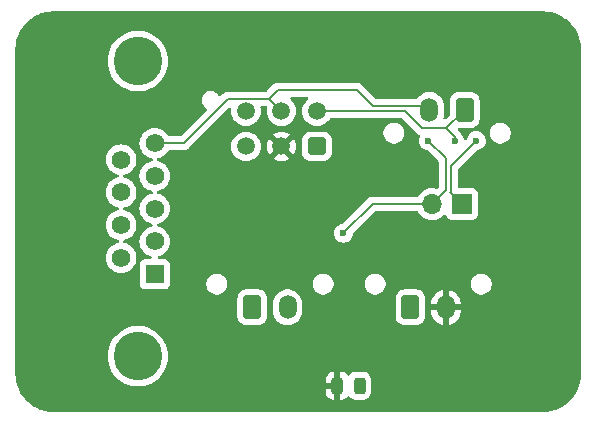
<source format=gtl>
%TF.GenerationSoftware,KiCad,Pcbnew,8.0.5*%
%TF.CreationDate,2024-11-19T02:46:13-06:00*%
%TF.ProjectId,Controls-MotorControllerBreakout,436f6e74-726f-46c7-932d-4d6f746f7243,rev?*%
%TF.SameCoordinates,Original*%
%TF.FileFunction,Copper,L1,Top*%
%TF.FilePolarity,Positive*%
%FSLAX46Y46*%
G04 Gerber Fmt 4.6, Leading zero omitted, Abs format (unit mm)*
G04 Created by KiCad (PCBNEW 8.0.5) date 2024-11-19 02:46:13*
%MOMM*%
%LPD*%
G01*
G04 APERTURE LIST*
G04 Aperture macros list*
%AMRoundRect*
0 Rectangle with rounded corners*
0 $1 Rounding radius*
0 $2 $3 $4 $5 $6 $7 $8 $9 X,Y pos of 4 corners*
0 Add a 4 corners polygon primitive as box body*
4,1,4,$2,$3,$4,$5,$6,$7,$8,$9,$2,$3,0*
0 Add four circle primitives for the rounded corners*
1,1,$1+$1,$2,$3*
1,1,$1+$1,$4,$5*
1,1,$1+$1,$6,$7*
1,1,$1+$1,$8,$9*
0 Add four rect primitives between the rounded corners*
20,1,$1+$1,$2,$3,$4,$5,0*
20,1,$1+$1,$4,$5,$6,$7,0*
20,1,$1+$1,$6,$7,$8,$9,0*
20,1,$1+$1,$8,$9,$2,$3,0*%
G04 Aperture macros list end*
%TA.AperFunction,ComponentPad*%
%ADD10R,1.700000X1.700000*%
%TD*%
%TA.AperFunction,ComponentPad*%
%ADD11O,1.700000X1.700000*%
%TD*%
%TA.AperFunction,ComponentPad*%
%ADD12O,1.500000X2.020000*%
%TD*%
%TA.AperFunction,ComponentPad*%
%ADD13RoundRect,0.250001X-0.499999X-0.759999X0.499999X-0.759999X0.499999X0.759999X-0.499999X0.759999X0*%
%TD*%
%TA.AperFunction,ComponentPad*%
%ADD14RoundRect,0.250001X0.499999X0.759999X-0.499999X0.759999X-0.499999X-0.759999X0.499999X-0.759999X0*%
%TD*%
%TA.AperFunction,ComponentPad*%
%ADD15C,1.575000*%
%TD*%
%TA.AperFunction,ComponentPad*%
%ADD16R,1.575000X1.575000*%
%TD*%
%TA.AperFunction,ComponentPad*%
%ADD17C,4.116000*%
%TD*%
%TA.AperFunction,ComponentPad*%
%ADD18C,1.500000*%
%TD*%
%TA.AperFunction,ComponentPad*%
%ADD19RoundRect,0.250001X0.499999X0.499999X-0.499999X0.499999X-0.499999X-0.499999X0.499999X-0.499999X0*%
%TD*%
%TA.AperFunction,SMDPad,CuDef*%
%ADD20RoundRect,0.243750X-0.243750X-0.456250X0.243750X-0.456250X0.243750X0.456250X-0.243750X0.456250X0*%
%TD*%
%TA.AperFunction,ViaPad*%
%ADD21C,0.600000*%
%TD*%
%TA.AperFunction,Conductor*%
%ADD22C,0.200000*%
%TD*%
G04 APERTURE END LIST*
D10*
%TO.P,JP1,1,A*%
%TO.N,Net-(JP1-A)*%
X142375000Y-51600000D03*
D11*
%TO.P,JP1,2,B*%
%TO.N,/CAN_L*%
X139835000Y-51600000D03*
%TD*%
D12*
%TO.P,J3,2,Pin_2*%
%TO.N,/CAN_L*%
X127600000Y-60360000D03*
D13*
%TO.P,J3,1,Pin_1*%
%TO.N,/CAN_H*%
X124600000Y-60360000D03*
%TD*%
D12*
%TO.P,J2,2,Pin_2*%
%TO.N,/CAN_L*%
X139600000Y-43640000D03*
D14*
%TO.P,J2,1,Pin_1*%
%TO.N,/CAN_H*%
X142600000Y-43640000D03*
%TD*%
D12*
%TO.P,J4,2,Pin_2*%
%TO.N,GND*%
X141000000Y-60360000D03*
D13*
%TO.P,J4,1,Pin_1*%
%TO.N,/EXT_PWR*%
X138000000Y-60360000D03*
%TD*%
D15*
%TO.P,J5,9,9*%
%TO.N,unconnected-(J5-Pad9)*%
X113507500Y-47850000D03*
%TO.P,J5,8,8*%
%TO.N,unconnected-(J5-Pad8)*%
X113507500Y-50620000D03*
%TO.P,J5,7,7*%
%TO.N,unconnected-(J5-Pad7)*%
X113507500Y-53390000D03*
%TO.P,J5,6,6*%
%TO.N,unconnected-(J5-Pad6)*%
X113507500Y-56160000D03*
%TO.P,J5,5,5*%
%TO.N,/CAN_L*%
X116347500Y-46465000D03*
%TO.P,J5,4,4*%
%TO.N,unconnected-(J5-Pad4)*%
X116347500Y-49235000D03*
%TO.P,J5,3,3*%
%TO.N,/CAN_H*%
X116347500Y-52005000D03*
%TO.P,J5,2,2*%
%TO.N,unconnected-(J5-Pad2)*%
X116347500Y-54775000D03*
D16*
%TO.P,J5,1,1*%
%TO.N,unconnected-(J5-Pad1)*%
X116347500Y-57545000D03*
D17*
%TO.P,J5,S1*%
%TO.N,N/C*%
X114927500Y-39510000D03*
%TO.P,J5,S2*%
X114927500Y-64500000D03*
%TD*%
D18*
%TO.P,J1,6,Pin_6*%
%TO.N,unconnected-(J1-Pin_6-Pad6)*%
X124080000Y-43740000D03*
%TO.P,J1,5,Pin_5*%
%TO.N,/CAN_L*%
X127080000Y-43740000D03*
%TO.P,J1,4,Pin_4*%
%TO.N,/CAN_H*%
X130080000Y-43740000D03*
%TO.P,J1,3,Pin_3*%
%TO.N,unconnected-(J1-Pin_3-Pad3)*%
X124080000Y-46740000D03*
%TO.P,J1,2,Pin_2*%
%TO.N,GND*%
X127080000Y-46740000D03*
D19*
%TO.P,J1,1,Pin_1*%
%TO.N,+12V*%
X130080000Y-46740000D03*
%TD*%
D20*
%TO.P,D1,1,K*%
%TO.N,GND*%
X131812500Y-67000000D03*
%TO.P,D1,2,A*%
%TO.N,Net-(D1-A)*%
X133687500Y-67000000D03*
%TD*%
D21*
%TO.N,Net-(JP1-A)*%
X143575000Y-46250000D03*
%TO.N,/CAN_H*%
X141750000Y-46250000D03*
%TO.N,GND*%
X138000000Y-53750000D03*
X148250000Y-54715000D03*
%TO.N,/CAN_L*%
X139500000Y-46250000D03*
X132325000Y-54075000D03*
%TO.N,Net-(D1-A)*%
X133687500Y-67000000D03*
%TD*%
D22*
%TO.N,/CAN_L*%
X134841881Y-43340000D02*
X139300000Y-43340000D01*
X133437881Y-41936000D02*
X134841881Y-43340000D01*
X139300000Y-43340000D02*
X139600000Y-43640000D01*
X126784000Y-41936000D02*
X133437881Y-41936000D01*
X126030000Y-42690000D02*
X126784000Y-41936000D01*
X118785000Y-46465000D02*
X116347500Y-46465000D01*
X122560000Y-42690000D02*
X118785000Y-46465000D01*
X126030000Y-42690000D02*
X122560000Y-42690000D01*
X127080000Y-43740000D02*
X126030000Y-42690000D01*
X134800000Y-51600000D02*
X139835000Y-51600000D01*
X132325000Y-54075000D02*
X134800000Y-51600000D01*
%TO.N,Net-(JP1-A)*%
X141400000Y-48425000D02*
X143575000Y-46250000D01*
X141400000Y-50600686D02*
X141400000Y-48425000D01*
X141387843Y-50612843D02*
X141400000Y-50600686D01*
X142375000Y-51600000D02*
X141387843Y-50612843D01*
%TO.N,/CAN_L*%
X141000000Y-47750000D02*
X141000000Y-50435000D01*
X141000000Y-50435000D02*
X139835000Y-51600000D01*
X139500000Y-46250000D02*
X141000000Y-47750000D01*
%TO.N,/CAN_H*%
X141750000Y-45910000D02*
X141750000Y-46250000D01*
X141040000Y-45200000D02*
X141750000Y-45910000D01*
X141000000Y-45200000D02*
X141040000Y-45200000D01*
X139000000Y-45200000D02*
X141000000Y-45200000D01*
X130080000Y-43740000D02*
X137540000Y-43740000D01*
X141040000Y-45200000D02*
X142600000Y-43640000D01*
X137540000Y-43740000D02*
X139000000Y-45200000D01*
%TD*%
%TA.AperFunction,Conductor*%
%TO.N,GND*%
G36*
X149253243Y-35300669D02*
G01*
X149577952Y-35317687D01*
X149590860Y-35319044D01*
X149908794Y-35369400D01*
X149921478Y-35372095D01*
X150232429Y-35455414D01*
X150244770Y-35459425D01*
X150545282Y-35574780D01*
X150557138Y-35580058D01*
X150843976Y-35726210D01*
X150855192Y-35732686D01*
X151125165Y-35908008D01*
X151135666Y-35915637D01*
X151385836Y-36118221D01*
X151395481Y-36126906D01*
X151623093Y-36354518D01*
X151631778Y-36364163D01*
X151834362Y-36614333D01*
X151841991Y-36624834D01*
X152017310Y-36894802D01*
X152023792Y-36906029D01*
X152067519Y-36991847D01*
X152169940Y-37192859D01*
X152175219Y-37204717D01*
X152290574Y-37505229D01*
X152294585Y-37517572D01*
X152377902Y-37828515D01*
X152380600Y-37841211D01*
X152430955Y-38159139D01*
X152432312Y-38172047D01*
X152449330Y-38496756D01*
X152449500Y-38503246D01*
X152449500Y-65996753D01*
X152449330Y-66003243D01*
X152432312Y-66327952D01*
X152430955Y-66340860D01*
X152380600Y-66658788D01*
X152377902Y-66671484D01*
X152294585Y-66982427D01*
X152290574Y-66994770D01*
X152175219Y-67295282D01*
X152169940Y-67307140D01*
X152023796Y-67593964D01*
X152017306Y-67605204D01*
X151841991Y-67875165D01*
X151834362Y-67885666D01*
X151631778Y-68135836D01*
X151623093Y-68145481D01*
X151395481Y-68373093D01*
X151385836Y-68381778D01*
X151135666Y-68584362D01*
X151125165Y-68591991D01*
X150855204Y-68767306D01*
X150843964Y-68773796D01*
X150557140Y-68919940D01*
X150545282Y-68925219D01*
X150244770Y-69040574D01*
X150232427Y-69044585D01*
X149921484Y-69127902D01*
X149908788Y-69130600D01*
X149590860Y-69180955D01*
X149577952Y-69182312D01*
X149253244Y-69199330D01*
X149246754Y-69199500D01*
X107753246Y-69199500D01*
X107746756Y-69199330D01*
X107422047Y-69182312D01*
X107409139Y-69180955D01*
X107091211Y-69130600D01*
X107078515Y-69127902D01*
X106767572Y-69044585D01*
X106755229Y-69040574D01*
X106454717Y-68925219D01*
X106442859Y-68919940D01*
X106245501Y-68819381D01*
X106156029Y-68773792D01*
X106144802Y-68767310D01*
X105874834Y-68591991D01*
X105864333Y-68584362D01*
X105614163Y-68381778D01*
X105604518Y-68373093D01*
X105376906Y-68145481D01*
X105368221Y-68135836D01*
X105165637Y-67885666D01*
X105158008Y-67875165D01*
X105156668Y-67873102D01*
X104982686Y-67605192D01*
X104976210Y-67593976D01*
X104931289Y-67505815D01*
X130825000Y-67505815D01*
X130835407Y-67607673D01*
X130890094Y-67772709D01*
X130890096Y-67772714D01*
X130981370Y-67920691D01*
X131104308Y-68043629D01*
X131252285Y-68134903D01*
X131252290Y-68134905D01*
X131417326Y-68189592D01*
X131519184Y-68199999D01*
X131519197Y-68200000D01*
X131562500Y-68200000D01*
X131562500Y-67250000D01*
X130825000Y-67250000D01*
X130825000Y-67505815D01*
X104931289Y-67505815D01*
X104830058Y-67307138D01*
X104824780Y-67295282D01*
X104733888Y-67058500D01*
X104709424Y-66994769D01*
X104705414Y-66982427D01*
X104661779Y-66819578D01*
X104622095Y-66671478D01*
X104619399Y-66658788D01*
X104569044Y-66340860D01*
X104567687Y-66327952D01*
X104550670Y-66003243D01*
X104550500Y-65996753D01*
X104550500Y-64499994D01*
X112363941Y-64499994D01*
X112363941Y-64500005D01*
X112384153Y-64821291D01*
X112384155Y-64821299D01*
X112444480Y-65137531D01*
X112444482Y-65137536D01*
X112543963Y-65443710D01*
X112543965Y-65443715D01*
X112681034Y-65735000D01*
X112681037Y-65735006D01*
X112853533Y-66006817D01*
X112853536Y-66006821D01*
X112853537Y-66006822D01*
X113058746Y-66254877D01*
X113293424Y-66475254D01*
X113293434Y-66475262D01*
X113553864Y-66664476D01*
X113553869Y-66664478D01*
X113553876Y-66664484D01*
X113709429Y-66750000D01*
X113835992Y-66819579D01*
X113835995Y-66819580D01*
X114135317Y-66938089D01*
X114447137Y-67018151D01*
X114514141Y-67026615D01*
X114766521Y-67058499D01*
X114766530Y-67058499D01*
X114766533Y-67058500D01*
X114766535Y-67058500D01*
X115088465Y-67058500D01*
X115088467Y-67058500D01*
X115088470Y-67058499D01*
X115088478Y-67058499D01*
X115279062Y-67034422D01*
X115407863Y-67018151D01*
X115719683Y-66938089D01*
X116019010Y-66819578D01*
X116301124Y-66664484D01*
X116535522Y-66494184D01*
X130825000Y-66494184D01*
X130825000Y-66750000D01*
X131562500Y-66750000D01*
X131562500Y-65800000D01*
X132062500Y-65800000D01*
X132062500Y-68200000D01*
X132105803Y-68200000D01*
X132105815Y-68199999D01*
X132207673Y-68189592D01*
X132372709Y-68134905D01*
X132372714Y-68134903D01*
X132520691Y-68043629D01*
X132643628Y-67920692D01*
X132644159Y-67919832D01*
X132644680Y-67919363D01*
X132648112Y-67915023D01*
X132648853Y-67915608D01*
X132696101Y-67873102D01*
X132765063Y-67861872D01*
X132829148Y-67889708D01*
X132851413Y-67915398D01*
X132851493Y-67915336D01*
X132852890Y-67917103D01*
X132855238Y-67919812D01*
X132855968Y-67920995D01*
X132855974Y-67921003D01*
X132978996Y-68044025D01*
X132979000Y-68044028D01*
X133127066Y-68135357D01*
X133127069Y-68135358D01*
X133127075Y-68135362D01*
X133292225Y-68190087D01*
X133394152Y-68200500D01*
X133394157Y-68200500D01*
X133980843Y-68200500D01*
X133980848Y-68200500D01*
X134082775Y-68190087D01*
X134247925Y-68135362D01*
X134396003Y-68044026D01*
X134519026Y-67921003D01*
X134610362Y-67772925D01*
X134665087Y-67607775D01*
X134675500Y-67505848D01*
X134675500Y-66494152D01*
X134665087Y-66392225D01*
X134610362Y-66227075D01*
X134610358Y-66227069D01*
X134610357Y-66227066D01*
X134519028Y-66079000D01*
X134519025Y-66078996D01*
X134396003Y-65955974D01*
X134395999Y-65955971D01*
X134247933Y-65864642D01*
X134247927Y-65864639D01*
X134247925Y-65864638D01*
X134247922Y-65864637D01*
X134082776Y-65809913D01*
X133980855Y-65799500D01*
X133980848Y-65799500D01*
X133394152Y-65799500D01*
X133394144Y-65799500D01*
X133292223Y-65809913D01*
X133127077Y-65864637D01*
X133127066Y-65864642D01*
X132979000Y-65955971D01*
X132978996Y-65955974D01*
X132855974Y-66078996D01*
X132855967Y-66079005D01*
X132855234Y-66080194D01*
X132854519Y-66080836D01*
X132851493Y-66084664D01*
X132850838Y-66084146D01*
X132803280Y-66126911D01*
X132734316Y-66138123D01*
X132670238Y-66110271D01*
X132648238Y-66084877D01*
X132648112Y-66084977D01*
X132645885Y-66082161D01*
X132644163Y-66080173D01*
X132643630Y-66079309D01*
X132520691Y-65956370D01*
X132372714Y-65865096D01*
X132372709Y-65865094D01*
X132207673Y-65810407D01*
X132105815Y-65800000D01*
X132062500Y-65800000D01*
X131562500Y-65800000D01*
X131519184Y-65800000D01*
X131417326Y-65810407D01*
X131252290Y-65865094D01*
X131252285Y-65865096D01*
X131104308Y-65956370D01*
X130981370Y-66079308D01*
X130890096Y-66227285D01*
X130890094Y-66227290D01*
X130835407Y-66392326D01*
X130825000Y-66494184D01*
X116535522Y-66494184D01*
X116561574Y-66475256D01*
X116796254Y-66254877D01*
X117001463Y-66006822D01*
X117173964Y-65735004D01*
X117311037Y-65443709D01*
X117410520Y-65137531D01*
X117470845Y-64821299D01*
X117491059Y-64500000D01*
X117491059Y-64499994D01*
X117470846Y-64178708D01*
X117470845Y-64178701D01*
X117410520Y-63862469D01*
X117311037Y-63556291D01*
X117173964Y-63264996D01*
X117001463Y-62993178D01*
X116796254Y-62745123D01*
X116561574Y-62524744D01*
X116561571Y-62524742D01*
X116561565Y-62524737D01*
X116301135Y-62335523D01*
X116301128Y-62335518D01*
X116301124Y-62335516D01*
X116128888Y-62240828D01*
X116019007Y-62180420D01*
X116019001Y-62180418D01*
X115719687Y-62061912D01*
X115689988Y-62054286D01*
X115407863Y-61981849D01*
X115407860Y-61981848D01*
X115407853Y-61981847D01*
X115088478Y-61941500D01*
X115088467Y-61941500D01*
X114766533Y-61941500D01*
X114766521Y-61941500D01*
X114447146Y-61981847D01*
X114447137Y-61981849D01*
X114135312Y-62061912D01*
X113835998Y-62180418D01*
X113835992Y-62180420D01*
X113553876Y-62335516D01*
X113553864Y-62335523D01*
X113293434Y-62524737D01*
X113293424Y-62524745D01*
X113058748Y-62745121D01*
X112853533Y-62993182D01*
X112681037Y-63264993D01*
X112681034Y-63264999D01*
X112543965Y-63556284D01*
X112543963Y-63556289D01*
X112451653Y-63840390D01*
X112444480Y-63862469D01*
X112410532Y-64040428D01*
X112384153Y-64178708D01*
X112363941Y-64499994D01*
X104550500Y-64499994D01*
X104550500Y-59549984D01*
X123349500Y-59549984D01*
X123349500Y-61170015D01*
X123360000Y-61272795D01*
X123360001Y-61272797D01*
X123387593Y-61356065D01*
X123415186Y-61439335D01*
X123415187Y-61439337D01*
X123507286Y-61588651D01*
X123507289Y-61588655D01*
X123631344Y-61712710D01*
X123631348Y-61712713D01*
X123780662Y-61804812D01*
X123780664Y-61804813D01*
X123780666Y-61804814D01*
X123947203Y-61859999D01*
X124049992Y-61870500D01*
X124049997Y-61870500D01*
X125150003Y-61870500D01*
X125150008Y-61870500D01*
X125252797Y-61859999D01*
X125419334Y-61804814D01*
X125568655Y-61712711D01*
X125692711Y-61588655D01*
X125784814Y-61439334D01*
X125839999Y-61272797D01*
X125850500Y-61170008D01*
X125850500Y-60001577D01*
X126349500Y-60001577D01*
X126349500Y-60718422D01*
X126380290Y-60912826D01*
X126441117Y-61100029D01*
X126476777Y-61170015D01*
X126530476Y-61275405D01*
X126646172Y-61434646D01*
X126785354Y-61573828D01*
X126944595Y-61689524D01*
X127027455Y-61731743D01*
X127119970Y-61778882D01*
X127119972Y-61778882D01*
X127119975Y-61778884D01*
X127199773Y-61804812D01*
X127307173Y-61839709D01*
X127501578Y-61870500D01*
X127501583Y-61870500D01*
X127698422Y-61870500D01*
X127892826Y-61839709D01*
X127894337Y-61839218D01*
X128080025Y-61778884D01*
X128255405Y-61689524D01*
X128414646Y-61573828D01*
X128553828Y-61434646D01*
X128669524Y-61275405D01*
X128758884Y-61100025D01*
X128819709Y-60912826D01*
X128826492Y-60870000D01*
X128850500Y-60718422D01*
X128850500Y-60001577D01*
X128819709Y-59807173D01*
X128758882Y-59619970D01*
X128723222Y-59549984D01*
X136749500Y-59549984D01*
X136749500Y-61170015D01*
X136760000Y-61272795D01*
X136760001Y-61272797D01*
X136787593Y-61356065D01*
X136815186Y-61439335D01*
X136815187Y-61439337D01*
X136907286Y-61588651D01*
X136907289Y-61588655D01*
X137031344Y-61712710D01*
X137031348Y-61712713D01*
X137180662Y-61804812D01*
X137180664Y-61804813D01*
X137180666Y-61804814D01*
X137347203Y-61859999D01*
X137449992Y-61870500D01*
X137449997Y-61870500D01*
X138550003Y-61870500D01*
X138550008Y-61870500D01*
X138652797Y-61859999D01*
X138819334Y-61804814D01*
X138968655Y-61712711D01*
X139092711Y-61588655D01*
X139184814Y-61439334D01*
X139239999Y-61272797D01*
X139250500Y-61170008D01*
X139250500Y-60001617D01*
X139750000Y-60001617D01*
X139750000Y-60110000D01*
X140555440Y-60110000D01*
X140524755Y-60163147D01*
X140490000Y-60292857D01*
X140490000Y-60427143D01*
X140524755Y-60556853D01*
X140555440Y-60610000D01*
X139750000Y-60610000D01*
X139750000Y-60718382D01*
X139780778Y-60912705D01*
X139841581Y-61099835D01*
X139930904Y-61275143D01*
X140046555Y-61434321D01*
X140185678Y-61573444D01*
X140344856Y-61689095D01*
X140520162Y-61778418D01*
X140707283Y-61839218D01*
X140750000Y-61845984D01*
X140750000Y-60804560D01*
X140803147Y-60835245D01*
X140932857Y-60870000D01*
X141067143Y-60870000D01*
X141196853Y-60835245D01*
X141250000Y-60804560D01*
X141250000Y-61845983D01*
X141292716Y-61839218D01*
X141479837Y-61778418D01*
X141655143Y-61689095D01*
X141814321Y-61573444D01*
X141953444Y-61434321D01*
X142069095Y-61275143D01*
X142158418Y-61099835D01*
X142219221Y-60912705D01*
X142250000Y-60718382D01*
X142250000Y-60610000D01*
X141444560Y-60610000D01*
X141475245Y-60556853D01*
X141510000Y-60427143D01*
X141510000Y-60292857D01*
X141475245Y-60163147D01*
X141444560Y-60110000D01*
X142250000Y-60110000D01*
X142250000Y-60001617D01*
X142219221Y-59807294D01*
X142158418Y-59620164D01*
X142069095Y-59444856D01*
X141953444Y-59285678D01*
X141814321Y-59146555D01*
X141655143Y-59030904D01*
X141479835Y-58941581D01*
X141292705Y-58880778D01*
X141250000Y-58874014D01*
X141250000Y-59915439D01*
X141196853Y-59884755D01*
X141067143Y-59850000D01*
X140932857Y-59850000D01*
X140803147Y-59884755D01*
X140750000Y-59915439D01*
X140750000Y-58874014D01*
X140749999Y-58874014D01*
X140707294Y-58880778D01*
X140520164Y-58941581D01*
X140344856Y-59030904D01*
X140185678Y-59146555D01*
X140046555Y-59285678D01*
X139930904Y-59444856D01*
X139841581Y-59620164D01*
X139780778Y-59807294D01*
X139750000Y-60001617D01*
X139250500Y-60001617D01*
X139250500Y-59549992D01*
X139239999Y-59447203D01*
X139184814Y-59280666D01*
X139169178Y-59255317D01*
X139092713Y-59131348D01*
X139092710Y-59131344D01*
X138968655Y-59007289D01*
X138968651Y-59007286D01*
X138819337Y-58915187D01*
X138819335Y-58915186D01*
X138736065Y-58887593D01*
X138652797Y-58860001D01*
X138652795Y-58860000D01*
X138550015Y-58849500D01*
X138550008Y-58849500D01*
X137449992Y-58849500D01*
X137449984Y-58849500D01*
X137347204Y-58860000D01*
X137347203Y-58860001D01*
X137180664Y-58915186D01*
X137180662Y-58915187D01*
X137031348Y-59007286D01*
X137031344Y-59007289D01*
X136907289Y-59131344D01*
X136907286Y-59131348D01*
X136815187Y-59280662D01*
X136815186Y-59280664D01*
X136760001Y-59447203D01*
X136760000Y-59447204D01*
X136749500Y-59549984D01*
X128723222Y-59549984D01*
X128670853Y-59447204D01*
X128669524Y-59444595D01*
X128553828Y-59285354D01*
X128414646Y-59146172D01*
X128255405Y-59030476D01*
X128209892Y-59007286D01*
X128080029Y-58941117D01*
X127892826Y-58880290D01*
X127698422Y-58849500D01*
X127698417Y-58849500D01*
X127501583Y-58849500D01*
X127501578Y-58849500D01*
X127307173Y-58880290D01*
X127119970Y-58941117D01*
X126944594Y-59030476D01*
X126861401Y-59090920D01*
X126785354Y-59146172D01*
X126785352Y-59146174D01*
X126785351Y-59146174D01*
X126646174Y-59285351D01*
X126646174Y-59285352D01*
X126646172Y-59285354D01*
X126643160Y-59289500D01*
X126530476Y-59444594D01*
X126441117Y-59619970D01*
X126380290Y-59807173D01*
X126349500Y-60001577D01*
X125850500Y-60001577D01*
X125850500Y-59549992D01*
X125839999Y-59447203D01*
X125784814Y-59280666D01*
X125769178Y-59255317D01*
X125692713Y-59131348D01*
X125692710Y-59131344D01*
X125568655Y-59007289D01*
X125568651Y-59007286D01*
X125419337Y-58915187D01*
X125419335Y-58915186D01*
X125336065Y-58887593D01*
X125252797Y-58860001D01*
X125252795Y-58860000D01*
X125150015Y-58849500D01*
X125150008Y-58849500D01*
X124049992Y-58849500D01*
X124049984Y-58849500D01*
X123947204Y-58860000D01*
X123947203Y-58860001D01*
X123780664Y-58915186D01*
X123780662Y-58915187D01*
X123631348Y-59007286D01*
X123631344Y-59007289D01*
X123507289Y-59131344D01*
X123507286Y-59131348D01*
X123415187Y-59280662D01*
X123415186Y-59280664D01*
X123360001Y-59447203D01*
X123360000Y-59447204D01*
X123349500Y-59549984D01*
X104550500Y-59549984D01*
X104550500Y-47849997D01*
X112214580Y-47849997D01*
X112214580Y-47850002D01*
X112234221Y-48074507D01*
X112234222Y-48074514D01*
X112292551Y-48292200D01*
X112292555Y-48292211D01*
X112387796Y-48496456D01*
X112387802Y-48496466D01*
X112486496Y-48637415D01*
X112517066Y-48681073D01*
X112676427Y-48840434D01*
X112861040Y-48969702D01*
X112948515Y-49010492D01*
X113065288Y-49064944D01*
X113065290Y-49064944D01*
X113065295Y-49064947D01*
X113252934Y-49115225D01*
X113312594Y-49151590D01*
X113343123Y-49214437D01*
X113334828Y-49283813D01*
X113290343Y-49337691D01*
X113252935Y-49354774D01*
X113214451Y-49365086D01*
X113065299Y-49405051D01*
X113065288Y-49405055D01*
X112861043Y-49500296D01*
X112861033Y-49500302D01*
X112676426Y-49629566D01*
X112517066Y-49788926D01*
X112387802Y-49973533D01*
X112387796Y-49973543D01*
X112292555Y-50177788D01*
X112292551Y-50177799D01*
X112234222Y-50395485D01*
X112234221Y-50395492D01*
X112214580Y-50619997D01*
X112214580Y-50620002D01*
X112234221Y-50844507D01*
X112234222Y-50844514D01*
X112292551Y-51062200D01*
X112292555Y-51062211D01*
X112387796Y-51266456D01*
X112387802Y-51266466D01*
X112517066Y-51451073D01*
X112676427Y-51610434D01*
X112861040Y-51739702D01*
X112948515Y-51780492D01*
X113065288Y-51834944D01*
X113065290Y-51834944D01*
X113065295Y-51834947D01*
X113252934Y-51885225D01*
X113312594Y-51921590D01*
X113343123Y-51984437D01*
X113334828Y-52053813D01*
X113290343Y-52107691D01*
X113252935Y-52124774D01*
X113214451Y-52135086D01*
X113065299Y-52175051D01*
X113065288Y-52175055D01*
X112861043Y-52270296D01*
X112861033Y-52270302D01*
X112676426Y-52399566D01*
X112517066Y-52558926D01*
X112387802Y-52743533D01*
X112387796Y-52743543D01*
X112292555Y-52947788D01*
X112292551Y-52947799D01*
X112234222Y-53165485D01*
X112234221Y-53165492D01*
X112214580Y-53389997D01*
X112214580Y-53390002D01*
X112234221Y-53614507D01*
X112234222Y-53614514D01*
X112292551Y-53832200D01*
X112292555Y-53832211D01*
X112387796Y-54036456D01*
X112387802Y-54036466D01*
X112479437Y-54167333D01*
X112517066Y-54221073D01*
X112676427Y-54380434D01*
X112861040Y-54509702D01*
X112948515Y-54550492D01*
X113065288Y-54604944D01*
X113065290Y-54604944D01*
X113065295Y-54604947D01*
X113252934Y-54655225D01*
X113312594Y-54691590D01*
X113343123Y-54754437D01*
X113334828Y-54823813D01*
X113290343Y-54877691D01*
X113252935Y-54894774D01*
X113214451Y-54905086D01*
X113065299Y-54945051D01*
X113065288Y-54945055D01*
X112861043Y-55040296D01*
X112861033Y-55040302D01*
X112676426Y-55169566D01*
X112517066Y-55328926D01*
X112387802Y-55513533D01*
X112387796Y-55513543D01*
X112292555Y-55717788D01*
X112292551Y-55717799D01*
X112234222Y-55935485D01*
X112234221Y-55935492D01*
X112214580Y-56159997D01*
X112214580Y-56160002D01*
X112234221Y-56384507D01*
X112234222Y-56384514D01*
X112292551Y-56602200D01*
X112292555Y-56602211D01*
X112342645Y-56709629D01*
X112387798Y-56806460D01*
X112517066Y-56991073D01*
X112676427Y-57150434D01*
X112861040Y-57279702D01*
X112983924Y-57337003D01*
X113065288Y-57374944D01*
X113065290Y-57374944D01*
X113065295Y-57374947D01*
X113282987Y-57433278D01*
X113443353Y-57447308D01*
X113507498Y-57452920D01*
X113507500Y-57452920D01*
X113507502Y-57452920D01*
X113563628Y-57448009D01*
X113732013Y-57433278D01*
X113949705Y-57374947D01*
X114153960Y-57279702D01*
X114338573Y-57150434D01*
X114497934Y-56991073D01*
X114627202Y-56806460D01*
X114722447Y-56602205D01*
X114780778Y-56384513D01*
X114800420Y-56160000D01*
X114780778Y-55935487D01*
X114722447Y-55717795D01*
X114627202Y-55513540D01*
X114497934Y-55328927D01*
X114338573Y-55169566D01*
X114153960Y-55040298D01*
X114153956Y-55040296D01*
X113949711Y-54945055D01*
X113949700Y-54945051D01*
X113843605Y-54916623D01*
X113762063Y-54894774D01*
X113702405Y-54858410D01*
X113671876Y-54795563D01*
X113680171Y-54726187D01*
X113724656Y-54672310D01*
X113762062Y-54655226D01*
X113949705Y-54604947D01*
X114153960Y-54509702D01*
X114338573Y-54380434D01*
X114497934Y-54221073D01*
X114627202Y-54036460D01*
X114722447Y-53832205D01*
X114780778Y-53614513D01*
X114795592Y-53445184D01*
X114800420Y-53390002D01*
X114800420Y-53389997D01*
X114787673Y-53244298D01*
X114780778Y-53165487D01*
X114722447Y-52947795D01*
X114697267Y-52893797D01*
X114684503Y-52866424D01*
X114627202Y-52743540D01*
X114497934Y-52558927D01*
X114338573Y-52399566D01*
X114153960Y-52270298D01*
X114153956Y-52270296D01*
X113949711Y-52175055D01*
X113949700Y-52175051D01*
X113843605Y-52146623D01*
X113762063Y-52124774D01*
X113702405Y-52088410D01*
X113671876Y-52025563D01*
X113680171Y-51956187D01*
X113724656Y-51902310D01*
X113762062Y-51885226D01*
X113949705Y-51834947D01*
X114153960Y-51739702D01*
X114338573Y-51610434D01*
X114497934Y-51451073D01*
X114627202Y-51266460D01*
X114722447Y-51062205D01*
X114780778Y-50844513D01*
X114795509Y-50676128D01*
X114800420Y-50620002D01*
X114800420Y-50619997D01*
X114789941Y-50500225D01*
X114780778Y-50395487D01*
X114722447Y-50177795D01*
X114722081Y-50177011D01*
X114684503Y-50096424D01*
X114627202Y-49973540D01*
X114497934Y-49788927D01*
X114338573Y-49629566D01*
X114153960Y-49500298D01*
X114153956Y-49500296D01*
X113949711Y-49405055D01*
X113949700Y-49405051D01*
X113843605Y-49376623D01*
X113762063Y-49354774D01*
X113702405Y-49318410D01*
X113671876Y-49255563D01*
X113680171Y-49186187D01*
X113724656Y-49132310D01*
X113762062Y-49115226D01*
X113949705Y-49064947D01*
X114153960Y-48969702D01*
X114338573Y-48840434D01*
X114497934Y-48681073D01*
X114627202Y-48496460D01*
X114722447Y-48292205D01*
X114780778Y-48074513D01*
X114795509Y-47906128D01*
X114800420Y-47850002D01*
X114800420Y-47849997D01*
X114787436Y-47701593D01*
X114780778Y-47625487D01*
X114722447Y-47407795D01*
X114715453Y-47392797D01*
X114684503Y-47326424D01*
X114627202Y-47203540D01*
X114497934Y-47018927D01*
X114338573Y-46859566D01*
X114182092Y-46749996D01*
X114153966Y-46730302D01*
X114153963Y-46730300D01*
X114153960Y-46730298D01*
X114153956Y-46730296D01*
X113949711Y-46635055D01*
X113949700Y-46635051D01*
X113732014Y-46576722D01*
X113732007Y-46576721D01*
X113507502Y-46557080D01*
X113507498Y-46557080D01*
X113282992Y-46576721D01*
X113282985Y-46576722D01*
X113065299Y-46635051D01*
X113065288Y-46635055D01*
X112861043Y-46730296D01*
X112861033Y-46730302D01*
X112676426Y-46859566D01*
X112517066Y-47018926D01*
X112387802Y-47203533D01*
X112387796Y-47203543D01*
X112292555Y-47407788D01*
X112292551Y-47407799D01*
X112234222Y-47625485D01*
X112234221Y-47625492D01*
X112214580Y-47849997D01*
X104550500Y-47849997D01*
X104550500Y-46464997D01*
X115054580Y-46464997D01*
X115054580Y-46465002D01*
X115074221Y-46689507D01*
X115074222Y-46689514D01*
X115132551Y-46907200D01*
X115132555Y-46907211D01*
X115227796Y-47111456D01*
X115227802Y-47111466D01*
X115300469Y-47215245D01*
X115357066Y-47296073D01*
X115516427Y-47455434D01*
X115701040Y-47584702D01*
X115788515Y-47625492D01*
X115905288Y-47679944D01*
X115905290Y-47679944D01*
X115905295Y-47679947D01*
X116092934Y-47730225D01*
X116152594Y-47766590D01*
X116183123Y-47829437D01*
X116174828Y-47898813D01*
X116130343Y-47952691D01*
X116092935Y-47969774D01*
X116068933Y-47976206D01*
X115905299Y-48020051D01*
X115905288Y-48020055D01*
X115701043Y-48115296D01*
X115701033Y-48115302D01*
X115516426Y-48244566D01*
X115357066Y-48403926D01*
X115227802Y-48588533D01*
X115227796Y-48588543D01*
X115132555Y-48792788D01*
X115132551Y-48792799D01*
X115074222Y-49010485D01*
X115074221Y-49010492D01*
X115054580Y-49234997D01*
X115054580Y-49235002D01*
X115074221Y-49459507D01*
X115074222Y-49459514D01*
X115132551Y-49677200D01*
X115132555Y-49677211D01*
X115227796Y-49881456D01*
X115227802Y-49881466D01*
X115357066Y-50066073D01*
X115516427Y-50225434D01*
X115701040Y-50354702D01*
X115788515Y-50395492D01*
X115905288Y-50449944D01*
X115905290Y-50449944D01*
X115905295Y-50449947D01*
X116092934Y-50500225D01*
X116152594Y-50536590D01*
X116183123Y-50599437D01*
X116174828Y-50668813D01*
X116130343Y-50722691D01*
X116092935Y-50739774D01*
X116054451Y-50750086D01*
X115905299Y-50790051D01*
X115905288Y-50790055D01*
X115701043Y-50885296D01*
X115701033Y-50885302D01*
X115516426Y-51014566D01*
X115357066Y-51173926D01*
X115227802Y-51358533D01*
X115227796Y-51358543D01*
X115132555Y-51562788D01*
X115132551Y-51562799D01*
X115074222Y-51780485D01*
X115074221Y-51780492D01*
X115054580Y-52004997D01*
X115054580Y-52005002D01*
X115074221Y-52229507D01*
X115074222Y-52229514D01*
X115132551Y-52447200D01*
X115132555Y-52447211D01*
X115227796Y-52651456D01*
X115227802Y-52651466D01*
X115313624Y-52774032D01*
X115357066Y-52836073D01*
X115516427Y-52995434D01*
X115701040Y-53124702D01*
X115788515Y-53165492D01*
X115905288Y-53219944D01*
X115905290Y-53219944D01*
X115905295Y-53219947D01*
X116092934Y-53270225D01*
X116152594Y-53306590D01*
X116183123Y-53369437D01*
X116174828Y-53438813D01*
X116130343Y-53492691D01*
X116092935Y-53509774D01*
X116054451Y-53520086D01*
X115905299Y-53560051D01*
X115905288Y-53560055D01*
X115701043Y-53655296D01*
X115701033Y-53655302D01*
X115516426Y-53784566D01*
X115357066Y-53943926D01*
X115227802Y-54128533D01*
X115227796Y-54128543D01*
X115132555Y-54332788D01*
X115132551Y-54332799D01*
X115074222Y-54550485D01*
X115074221Y-54550492D01*
X115054580Y-54774997D01*
X115054580Y-54775002D01*
X115074221Y-54999507D01*
X115074222Y-54999514D01*
X115132551Y-55217200D01*
X115132555Y-55217211D01*
X115227796Y-55421456D01*
X115227802Y-55421466D01*
X115357066Y-55606073D01*
X115516427Y-55765434D01*
X115701040Y-55894702D01*
X115788515Y-55935492D01*
X115905288Y-55989944D01*
X115905290Y-55989944D01*
X115905295Y-55989947D01*
X115992170Y-56013225D01*
X116051831Y-56049590D01*
X116082360Y-56112437D01*
X116074066Y-56181812D01*
X116029580Y-56235690D01*
X115963028Y-56256965D01*
X115960077Y-56257000D01*
X115512129Y-56257000D01*
X115512123Y-56257001D01*
X115452516Y-56263408D01*
X115317671Y-56313702D01*
X115317664Y-56313706D01*
X115202455Y-56399952D01*
X115202452Y-56399955D01*
X115116206Y-56515164D01*
X115116202Y-56515171D01*
X115065908Y-56650017D01*
X115059501Y-56709616D01*
X115059501Y-56709623D01*
X115059500Y-56709635D01*
X115059500Y-58380370D01*
X115059501Y-58380376D01*
X115065908Y-58439983D01*
X115116202Y-58574828D01*
X115116206Y-58574835D01*
X115202452Y-58690044D01*
X115202455Y-58690047D01*
X115317664Y-58776293D01*
X115317671Y-58776297D01*
X115452517Y-58826591D01*
X115452516Y-58826591D01*
X115459444Y-58827335D01*
X115512127Y-58833000D01*
X117182872Y-58832999D01*
X117242483Y-58826591D01*
X117377331Y-58776296D01*
X117492546Y-58690046D01*
X117578796Y-58574831D01*
X117629091Y-58439983D01*
X117635500Y-58380373D01*
X117635500Y-58312387D01*
X120710500Y-58312387D01*
X120710500Y-58487612D01*
X120744681Y-58659450D01*
X120744684Y-58659462D01*
X120811731Y-58821329D01*
X120811738Y-58821342D01*
X120909079Y-58967022D01*
X120909082Y-58967026D01*
X121032973Y-59090917D01*
X121032977Y-59090920D01*
X121178657Y-59188261D01*
X121178670Y-59188268D01*
X121340537Y-59255315D01*
X121340542Y-59255317D01*
X121512387Y-59289499D01*
X121512391Y-59289500D01*
X121512392Y-59289500D01*
X121687609Y-59289500D01*
X121687610Y-59289499D01*
X121859458Y-59255317D01*
X122021336Y-59188265D01*
X122167023Y-59090920D01*
X122290920Y-58967023D01*
X122388265Y-58821336D01*
X122455317Y-58659458D01*
X122489500Y-58487608D01*
X122489500Y-58312392D01*
X122489499Y-58312387D01*
X129710500Y-58312387D01*
X129710500Y-58487612D01*
X129744681Y-58659450D01*
X129744684Y-58659462D01*
X129811731Y-58821329D01*
X129811738Y-58821342D01*
X129909079Y-58967022D01*
X129909082Y-58967026D01*
X130032973Y-59090917D01*
X130032977Y-59090920D01*
X130178657Y-59188261D01*
X130178670Y-59188268D01*
X130340537Y-59255315D01*
X130340542Y-59255317D01*
X130512387Y-59289499D01*
X130512391Y-59289500D01*
X130512392Y-59289500D01*
X130687609Y-59289500D01*
X130687610Y-59289499D01*
X130859458Y-59255317D01*
X131021336Y-59188265D01*
X131167023Y-59090920D01*
X131290920Y-58967023D01*
X131388265Y-58821336D01*
X131455317Y-58659458D01*
X131489500Y-58487608D01*
X131489500Y-58312392D01*
X131489499Y-58312387D01*
X134110500Y-58312387D01*
X134110500Y-58487612D01*
X134144681Y-58659450D01*
X134144684Y-58659462D01*
X134211731Y-58821329D01*
X134211738Y-58821342D01*
X134309079Y-58967022D01*
X134309082Y-58967026D01*
X134432973Y-59090917D01*
X134432977Y-59090920D01*
X134578657Y-59188261D01*
X134578670Y-59188268D01*
X134740537Y-59255315D01*
X134740542Y-59255317D01*
X134912387Y-59289499D01*
X134912391Y-59289500D01*
X134912392Y-59289500D01*
X135087609Y-59289500D01*
X135087610Y-59289499D01*
X135259458Y-59255317D01*
X135421336Y-59188265D01*
X135567023Y-59090920D01*
X135690920Y-58967023D01*
X135788265Y-58821336D01*
X135855317Y-58659458D01*
X135889500Y-58487608D01*
X135889500Y-58312392D01*
X135889499Y-58312387D01*
X143110500Y-58312387D01*
X143110500Y-58487612D01*
X143144681Y-58659450D01*
X143144684Y-58659462D01*
X143211731Y-58821329D01*
X143211738Y-58821342D01*
X143309079Y-58967022D01*
X143309082Y-58967026D01*
X143432973Y-59090917D01*
X143432977Y-59090920D01*
X143578657Y-59188261D01*
X143578670Y-59188268D01*
X143740537Y-59255315D01*
X143740542Y-59255317D01*
X143912387Y-59289499D01*
X143912391Y-59289500D01*
X143912392Y-59289500D01*
X144087609Y-59289500D01*
X144087610Y-59289499D01*
X144259458Y-59255317D01*
X144421336Y-59188265D01*
X144567023Y-59090920D01*
X144690920Y-58967023D01*
X144788265Y-58821336D01*
X144855317Y-58659458D01*
X144889500Y-58487608D01*
X144889500Y-58312392D01*
X144855317Y-58140542D01*
X144855315Y-58140537D01*
X144788268Y-57978670D01*
X144788261Y-57978657D01*
X144690920Y-57832977D01*
X144690917Y-57832973D01*
X144567026Y-57709082D01*
X144567022Y-57709079D01*
X144421342Y-57611738D01*
X144421329Y-57611731D01*
X144259462Y-57544684D01*
X144259450Y-57544681D01*
X144087612Y-57510500D01*
X144087608Y-57510500D01*
X143912392Y-57510500D01*
X143912387Y-57510500D01*
X143740549Y-57544681D01*
X143740537Y-57544684D01*
X143578670Y-57611731D01*
X143578657Y-57611738D01*
X143432977Y-57709079D01*
X143432973Y-57709082D01*
X143309082Y-57832973D01*
X143309079Y-57832977D01*
X143211738Y-57978657D01*
X143211731Y-57978670D01*
X143144684Y-58140537D01*
X143144681Y-58140549D01*
X143110500Y-58312387D01*
X135889499Y-58312387D01*
X135855317Y-58140542D01*
X135855315Y-58140537D01*
X135788268Y-57978670D01*
X135788261Y-57978657D01*
X135690920Y-57832977D01*
X135690917Y-57832973D01*
X135567026Y-57709082D01*
X135567022Y-57709079D01*
X135421342Y-57611738D01*
X135421329Y-57611731D01*
X135259462Y-57544684D01*
X135259450Y-57544681D01*
X135087612Y-57510500D01*
X135087608Y-57510500D01*
X134912392Y-57510500D01*
X134912387Y-57510500D01*
X134740549Y-57544681D01*
X134740537Y-57544684D01*
X134578670Y-57611731D01*
X134578657Y-57611738D01*
X134432977Y-57709079D01*
X134432973Y-57709082D01*
X134309082Y-57832973D01*
X134309079Y-57832977D01*
X134211738Y-57978657D01*
X134211731Y-57978670D01*
X134144684Y-58140537D01*
X134144681Y-58140549D01*
X134110500Y-58312387D01*
X131489499Y-58312387D01*
X131455317Y-58140542D01*
X131455315Y-58140537D01*
X131388268Y-57978670D01*
X131388261Y-57978657D01*
X131290920Y-57832977D01*
X131290917Y-57832973D01*
X131167026Y-57709082D01*
X131167022Y-57709079D01*
X131021342Y-57611738D01*
X131021329Y-57611731D01*
X130859462Y-57544684D01*
X130859450Y-57544681D01*
X130687612Y-57510500D01*
X130687608Y-57510500D01*
X130512392Y-57510500D01*
X130512387Y-57510500D01*
X130340549Y-57544681D01*
X130340537Y-57544684D01*
X130178670Y-57611731D01*
X130178657Y-57611738D01*
X130032977Y-57709079D01*
X130032973Y-57709082D01*
X129909082Y-57832973D01*
X129909079Y-57832977D01*
X129811738Y-57978657D01*
X129811731Y-57978670D01*
X129744684Y-58140537D01*
X129744681Y-58140549D01*
X129710500Y-58312387D01*
X122489499Y-58312387D01*
X122455317Y-58140542D01*
X122455315Y-58140537D01*
X122388268Y-57978670D01*
X122388261Y-57978657D01*
X122290920Y-57832977D01*
X122290917Y-57832973D01*
X122167026Y-57709082D01*
X122167022Y-57709079D01*
X122021342Y-57611738D01*
X122021329Y-57611731D01*
X121859462Y-57544684D01*
X121859450Y-57544681D01*
X121687612Y-57510500D01*
X121687608Y-57510500D01*
X121512392Y-57510500D01*
X121512387Y-57510500D01*
X121340549Y-57544681D01*
X121340537Y-57544684D01*
X121178670Y-57611731D01*
X121178657Y-57611738D01*
X121032977Y-57709079D01*
X121032973Y-57709082D01*
X120909082Y-57832973D01*
X120909079Y-57832977D01*
X120811738Y-57978657D01*
X120811731Y-57978670D01*
X120744684Y-58140537D01*
X120744681Y-58140549D01*
X120710500Y-58312387D01*
X117635500Y-58312387D01*
X117635499Y-56709628D01*
X117629091Y-56650017D01*
X117611258Y-56602205D01*
X117578797Y-56515171D01*
X117578793Y-56515164D01*
X117492547Y-56399955D01*
X117492544Y-56399952D01*
X117377335Y-56313706D01*
X117377328Y-56313702D01*
X117242482Y-56263408D01*
X117242483Y-56263408D01*
X117182883Y-56257001D01*
X117182881Y-56257000D01*
X117182873Y-56257000D01*
X117182865Y-56257000D01*
X116734923Y-56257000D01*
X116667884Y-56237315D01*
X116622129Y-56184511D01*
X116612185Y-56115353D01*
X116641210Y-56051797D01*
X116699988Y-56014023D01*
X116702804Y-56013232D01*
X116789705Y-55989947D01*
X116993960Y-55894702D01*
X117178573Y-55765434D01*
X117337934Y-55606073D01*
X117467202Y-55421460D01*
X117562447Y-55217205D01*
X117620778Y-54999513D01*
X117635509Y-54831128D01*
X117640420Y-54775002D01*
X117640420Y-54774997D01*
X117629941Y-54655225D01*
X117620778Y-54550487D01*
X117562447Y-54332795D01*
X117467202Y-54128540D01*
X117337934Y-53943927D01*
X117178573Y-53784566D01*
X116993960Y-53655298D01*
X116993956Y-53655296D01*
X116789711Y-53560055D01*
X116789700Y-53560051D01*
X116683605Y-53531623D01*
X116602063Y-53509774D01*
X116542405Y-53473410D01*
X116511876Y-53410563D01*
X116520171Y-53341187D01*
X116564656Y-53287310D01*
X116602062Y-53270226D01*
X116789705Y-53219947D01*
X116993960Y-53124702D01*
X117178573Y-52995434D01*
X117337934Y-52836073D01*
X117467202Y-52651460D01*
X117562447Y-52447205D01*
X117620778Y-52229513D01*
X117635509Y-52061128D01*
X117640420Y-52005002D01*
X117640420Y-52004997D01*
X117629941Y-51885225D01*
X117620778Y-51780487D01*
X117562447Y-51562795D01*
X117467202Y-51358540D01*
X117337934Y-51173927D01*
X117178573Y-51014566D01*
X117046620Y-50922171D01*
X116993966Y-50885302D01*
X116993963Y-50885300D01*
X116993960Y-50885298D01*
X116993956Y-50885296D01*
X116789711Y-50790055D01*
X116789700Y-50790051D01*
X116683605Y-50761623D01*
X116602063Y-50739774D01*
X116542405Y-50703410D01*
X116511876Y-50640563D01*
X116520171Y-50571187D01*
X116564656Y-50517310D01*
X116602062Y-50500226D01*
X116789705Y-50449947D01*
X116993960Y-50354702D01*
X117178573Y-50225434D01*
X117337934Y-50066073D01*
X117467202Y-49881460D01*
X117562447Y-49677205D01*
X117620778Y-49459513D01*
X117635509Y-49291128D01*
X117640420Y-49235002D01*
X117640420Y-49234997D01*
X117629941Y-49115225D01*
X117620778Y-49010487D01*
X117562447Y-48792795D01*
X117467202Y-48588540D01*
X117337934Y-48403927D01*
X117178573Y-48244566D01*
X116993960Y-48115298D01*
X116993956Y-48115296D01*
X116789711Y-48020055D01*
X116789700Y-48020051D01*
X116679409Y-47990499D01*
X116602063Y-47969774D01*
X116542405Y-47933410D01*
X116511876Y-47870563D01*
X116520171Y-47801187D01*
X116564656Y-47747310D01*
X116602062Y-47730226D01*
X116789705Y-47679947D01*
X116993960Y-47584702D01*
X117178573Y-47455434D01*
X117337934Y-47296073D01*
X117426681Y-47169330D01*
X117462360Y-47118376D01*
X117516937Y-47074751D01*
X117563934Y-47065500D01*
X118698331Y-47065500D01*
X118698347Y-47065501D01*
X118705943Y-47065501D01*
X118864054Y-47065501D01*
X118864057Y-47065501D01*
X119016785Y-47024577D01*
X119066904Y-46995639D01*
X119153716Y-46945520D01*
X119265520Y-46833716D01*
X119265520Y-46833714D01*
X119275728Y-46823507D01*
X119275729Y-46823504D01*
X119359236Y-46739997D01*
X122824723Y-46739997D01*
X122824723Y-46740002D01*
X122843793Y-46957975D01*
X122843793Y-46957979D01*
X122900422Y-47169322D01*
X122900424Y-47169326D01*
X122900425Y-47169330D01*
X122916379Y-47203543D01*
X122992897Y-47367638D01*
X122992898Y-47367639D01*
X123118402Y-47546877D01*
X123273123Y-47701598D01*
X123452361Y-47827102D01*
X123650670Y-47919575D01*
X123862023Y-47976207D01*
X124044926Y-47992208D01*
X124079998Y-47995277D01*
X124080000Y-47995277D01*
X124080002Y-47995277D01*
X124108254Y-47992805D01*
X124297977Y-47976207D01*
X124509330Y-47919575D01*
X124707639Y-47827102D01*
X124886877Y-47701598D01*
X125041598Y-47546877D01*
X125167102Y-47367639D01*
X125259575Y-47169330D01*
X125316207Y-46957977D01*
X125334204Y-46752262D01*
X125335277Y-46740002D01*
X125335277Y-46739999D01*
X125825225Y-46739999D01*
X125825225Y-46740000D01*
X125844287Y-46957884D01*
X125844289Y-46957894D01*
X125900894Y-47169150D01*
X125900898Y-47169159D01*
X125993333Y-47367387D01*
X126036874Y-47429571D01*
X126588871Y-46877574D01*
X126604755Y-46936853D01*
X126671898Y-47053147D01*
X126766853Y-47148102D01*
X126883147Y-47215245D01*
X126942424Y-47231128D01*
X126390427Y-47783124D01*
X126452612Y-47826666D01*
X126650840Y-47919101D01*
X126650849Y-47919105D01*
X126862105Y-47975710D01*
X126862115Y-47975712D01*
X127079999Y-47994775D01*
X127080001Y-47994775D01*
X127297884Y-47975712D01*
X127297894Y-47975710D01*
X127509150Y-47919105D01*
X127509164Y-47919100D01*
X127707383Y-47826669D01*
X127707385Y-47826668D01*
X127769571Y-47783124D01*
X127217575Y-47231127D01*
X127276853Y-47215245D01*
X127393147Y-47148102D01*
X127488102Y-47053147D01*
X127555245Y-46936853D01*
X127571128Y-46877574D01*
X128123124Y-47429570D01*
X128166668Y-47367385D01*
X128166669Y-47367383D01*
X128259100Y-47169164D01*
X128259105Y-47169150D01*
X128315710Y-46957894D01*
X128315712Y-46957884D01*
X128334775Y-46740000D01*
X128334775Y-46739999D01*
X128315712Y-46522115D01*
X128315710Y-46522105D01*
X128259105Y-46310849D01*
X128259101Y-46310840D01*
X128202745Y-46189984D01*
X128829500Y-46189984D01*
X128829500Y-47290015D01*
X128840000Y-47392795D01*
X128840001Y-47392797D01*
X128852187Y-47429571D01*
X128895186Y-47559335D01*
X128895187Y-47559337D01*
X128987286Y-47708651D01*
X128987289Y-47708655D01*
X129111344Y-47832710D01*
X129111348Y-47832713D01*
X129260662Y-47924812D01*
X129260664Y-47924813D01*
X129260666Y-47924814D01*
X129427203Y-47979999D01*
X129529992Y-47990500D01*
X129529997Y-47990500D01*
X130630003Y-47990500D01*
X130630008Y-47990500D01*
X130732797Y-47979999D01*
X130899334Y-47924814D01*
X131048655Y-47832711D01*
X131172711Y-47708655D01*
X131264814Y-47559334D01*
X131319999Y-47392797D01*
X131330500Y-47290008D01*
X131330500Y-46189992D01*
X131319999Y-46087203D01*
X131264814Y-45920666D01*
X131249967Y-45896596D01*
X131172713Y-45771348D01*
X131172710Y-45771344D01*
X131048655Y-45647289D01*
X131048651Y-45647286D01*
X130899337Y-45555187D01*
X130899335Y-45555186D01*
X130770175Y-45512387D01*
X135710500Y-45512387D01*
X135710500Y-45687612D01*
X135744681Y-45859450D01*
X135744684Y-45859462D01*
X135811731Y-46021329D01*
X135811738Y-46021342D01*
X135909079Y-46167022D01*
X135909082Y-46167026D01*
X136032973Y-46290917D01*
X136032977Y-46290920D01*
X136178657Y-46388261D01*
X136178670Y-46388268D01*
X136319000Y-46446394D01*
X136340542Y-46455317D01*
X136512387Y-46489499D01*
X136512391Y-46489500D01*
X136512392Y-46489500D01*
X136687609Y-46489500D01*
X136687610Y-46489499D01*
X136859458Y-46455317D01*
X137021336Y-46388265D01*
X137167023Y-46290920D01*
X137290920Y-46167023D01*
X137388265Y-46021336D01*
X137455317Y-45859458D01*
X137489500Y-45687608D01*
X137489500Y-45512392D01*
X137455317Y-45340542D01*
X137455315Y-45340537D01*
X137388268Y-45178670D01*
X137388261Y-45178657D01*
X137290920Y-45032977D01*
X137290917Y-45032973D01*
X137167026Y-44909082D01*
X137167022Y-44909079D01*
X137021342Y-44811738D01*
X137021329Y-44811731D01*
X136859462Y-44744684D01*
X136859450Y-44744681D01*
X136687612Y-44710500D01*
X136687608Y-44710500D01*
X136512392Y-44710500D01*
X136512387Y-44710500D01*
X136340549Y-44744681D01*
X136340537Y-44744684D01*
X136178670Y-44811731D01*
X136178657Y-44811738D01*
X136032977Y-44909079D01*
X136032973Y-44909082D01*
X135909082Y-45032973D01*
X135909079Y-45032977D01*
X135811738Y-45178657D01*
X135811731Y-45178670D01*
X135744684Y-45340537D01*
X135744681Y-45340549D01*
X135710500Y-45512387D01*
X130770175Y-45512387D01*
X130732797Y-45500001D01*
X130732795Y-45500000D01*
X130630015Y-45489500D01*
X130630008Y-45489500D01*
X129529992Y-45489500D01*
X129529984Y-45489500D01*
X129427204Y-45500000D01*
X129427203Y-45500001D01*
X129260664Y-45555186D01*
X129260662Y-45555187D01*
X129111348Y-45647286D01*
X129111344Y-45647289D01*
X128987289Y-45771344D01*
X128987286Y-45771348D01*
X128895187Y-45920662D01*
X128895186Y-45920664D01*
X128840001Y-46087203D01*
X128840000Y-46087204D01*
X128829500Y-46189984D01*
X128202745Y-46189984D01*
X128166667Y-46112614D01*
X128166666Y-46112612D01*
X128123124Y-46050428D01*
X128123124Y-46050427D01*
X127571127Y-46602423D01*
X127555245Y-46543147D01*
X127488102Y-46426853D01*
X127393147Y-46331898D01*
X127276853Y-46264755D01*
X127217574Y-46248871D01*
X127769571Y-45696874D01*
X127707387Y-45653333D01*
X127509159Y-45560898D01*
X127509150Y-45560894D01*
X127297894Y-45504289D01*
X127297884Y-45504287D01*
X127080001Y-45485225D01*
X127079999Y-45485225D01*
X126862115Y-45504287D01*
X126862105Y-45504289D01*
X126650849Y-45560894D01*
X126650840Y-45560898D01*
X126452613Y-45653333D01*
X126390428Y-45696874D01*
X126942425Y-46248871D01*
X126883147Y-46264755D01*
X126766853Y-46331898D01*
X126671898Y-46426853D01*
X126604755Y-46543147D01*
X126588871Y-46602425D01*
X126036874Y-46050428D01*
X125993333Y-46112613D01*
X125900898Y-46310840D01*
X125900894Y-46310849D01*
X125844289Y-46522105D01*
X125844287Y-46522115D01*
X125825225Y-46739999D01*
X125335277Y-46739999D01*
X125335277Y-46739997D01*
X125328028Y-46657141D01*
X125316207Y-46522023D01*
X125280367Y-46388265D01*
X125259577Y-46310677D01*
X125259576Y-46310676D01*
X125259575Y-46310670D01*
X125167102Y-46112362D01*
X125167100Y-46112359D01*
X125167099Y-46112357D01*
X125041599Y-45933124D01*
X124967925Y-45859450D01*
X124886877Y-45778402D01*
X124721181Y-45662380D01*
X124707638Y-45652897D01*
X124608484Y-45606661D01*
X124509330Y-45560425D01*
X124509326Y-45560424D01*
X124509322Y-45560422D01*
X124297977Y-45503793D01*
X124080002Y-45484723D01*
X124079998Y-45484723D01*
X123934682Y-45497436D01*
X123862023Y-45503793D01*
X123862020Y-45503793D01*
X123650677Y-45560422D01*
X123650668Y-45560426D01*
X123452361Y-45652898D01*
X123452357Y-45652900D01*
X123273121Y-45778402D01*
X123118402Y-45933121D01*
X122992900Y-46112357D01*
X122992898Y-46112361D01*
X122900426Y-46310668D01*
X122900422Y-46310677D01*
X122843793Y-46522020D01*
X122843793Y-46522024D01*
X122824723Y-46739997D01*
X119359236Y-46739997D01*
X122628452Y-43470782D01*
X122689773Y-43437299D01*
X122759465Y-43442283D01*
X122815398Y-43484155D01*
X122839815Y-43549619D01*
X122839659Y-43569272D01*
X122824723Y-43739997D01*
X122824723Y-43740002D01*
X122843793Y-43957975D01*
X122843793Y-43957979D01*
X122900422Y-44169322D01*
X122900424Y-44169326D01*
X122900425Y-44169330D01*
X122943582Y-44261880D01*
X122992897Y-44367638D01*
X123010919Y-44393376D01*
X123118402Y-44546877D01*
X123273123Y-44701598D01*
X123452361Y-44827102D01*
X123650670Y-44919575D01*
X123862023Y-44976207D01*
X124044926Y-44992208D01*
X124079998Y-44995277D01*
X124080000Y-44995277D01*
X124080002Y-44995277D01*
X124109342Y-44992710D01*
X124297977Y-44976207D01*
X124509330Y-44919575D01*
X124707639Y-44827102D01*
X124886877Y-44701598D01*
X125041598Y-44546877D01*
X125167102Y-44367639D01*
X125259575Y-44169330D01*
X125316207Y-43957977D01*
X125335277Y-43740000D01*
X125316207Y-43522023D01*
X125302478Y-43470784D01*
X125295996Y-43446593D01*
X125297659Y-43376743D01*
X125336822Y-43318881D01*
X125401051Y-43291377D01*
X125415771Y-43290500D01*
X125729903Y-43290500D01*
X125796942Y-43310185D01*
X125817584Y-43326819D01*
X125828882Y-43338117D01*
X125862367Y-43399440D01*
X125860976Y-43457889D01*
X125843795Y-43522011D01*
X125843792Y-43522029D01*
X125824723Y-43739997D01*
X125824723Y-43740002D01*
X125843793Y-43957975D01*
X125843793Y-43957979D01*
X125900422Y-44169322D01*
X125900424Y-44169326D01*
X125900425Y-44169330D01*
X125943582Y-44261880D01*
X125992897Y-44367638D01*
X126010919Y-44393376D01*
X126118402Y-44546877D01*
X126273123Y-44701598D01*
X126452361Y-44827102D01*
X126650670Y-44919575D01*
X126862023Y-44976207D01*
X127044926Y-44992208D01*
X127079998Y-44995277D01*
X127080000Y-44995277D01*
X127080002Y-44995277D01*
X127109342Y-44992710D01*
X127297977Y-44976207D01*
X127509330Y-44919575D01*
X127707639Y-44827102D01*
X127886877Y-44701598D01*
X128041598Y-44546877D01*
X128167102Y-44367639D01*
X128259575Y-44169330D01*
X128316207Y-43957977D01*
X128335277Y-43740000D01*
X128316207Y-43522023D01*
X128277279Y-43376743D01*
X128259577Y-43310677D01*
X128259576Y-43310676D01*
X128259575Y-43310670D01*
X128167102Y-43112362D01*
X128167100Y-43112359D01*
X128167099Y-43112357D01*
X128041599Y-42933124D01*
X127983772Y-42875297D01*
X127886877Y-42778402D01*
X127863555Y-42762072D01*
X127819933Y-42707498D01*
X127812741Y-42637999D01*
X127844263Y-42575645D01*
X127904493Y-42540231D01*
X127934682Y-42536500D01*
X129225317Y-42536500D01*
X129292356Y-42556185D01*
X129338111Y-42608989D01*
X129348055Y-42678147D01*
X129319030Y-42741703D01*
X129296440Y-42762075D01*
X129273120Y-42778403D01*
X129118402Y-42933121D01*
X128992900Y-43112357D01*
X128992898Y-43112361D01*
X128900426Y-43310668D01*
X128900422Y-43310677D01*
X128843793Y-43522020D01*
X128843793Y-43522023D01*
X128843145Y-43529431D01*
X128824723Y-43739997D01*
X128824723Y-43740002D01*
X128843793Y-43957975D01*
X128843793Y-43957979D01*
X128900422Y-44169322D01*
X128900424Y-44169326D01*
X128900425Y-44169330D01*
X128943582Y-44261880D01*
X128992897Y-44367638D01*
X129010919Y-44393376D01*
X129118402Y-44546877D01*
X129273123Y-44701598D01*
X129452361Y-44827102D01*
X129650670Y-44919575D01*
X129862023Y-44976207D01*
X130044926Y-44992208D01*
X130079998Y-44995277D01*
X130080000Y-44995277D01*
X130080002Y-44995277D01*
X130109342Y-44992710D01*
X130297977Y-44976207D01*
X130509330Y-44919575D01*
X130707639Y-44827102D01*
X130886877Y-44701598D01*
X131041598Y-44546877D01*
X131149081Y-44393374D01*
X131203657Y-44349751D01*
X131250655Y-44340500D01*
X137239903Y-44340500D01*
X137306942Y-44360185D01*
X137327583Y-44376818D01*
X138631284Y-45680520D01*
X138715901Y-45729373D01*
X138726358Y-45735411D01*
X138774574Y-45785978D01*
X138787796Y-45854586D01*
X138776080Y-45896596D01*
X138774209Y-45900480D01*
X138714633Y-46070737D01*
X138714630Y-46070750D01*
X138694435Y-46249996D01*
X138694435Y-46250003D01*
X138714630Y-46429249D01*
X138714631Y-46429254D01*
X138774211Y-46599523D01*
X138864736Y-46743591D01*
X138870184Y-46752262D01*
X138997738Y-46879816D01*
X139150478Y-46975789D01*
X139320745Y-47035368D01*
X139407669Y-47045161D01*
X139472080Y-47072226D01*
X139481465Y-47080700D01*
X140363181Y-47962416D01*
X140396666Y-48023739D01*
X140399500Y-48050097D01*
X140399500Y-50134900D01*
X140379815Y-50201939D01*
X140363181Y-50222581D01*
X140318529Y-50267233D01*
X140257206Y-50300718D01*
X140198755Y-50299327D01*
X140070413Y-50264938D01*
X140070403Y-50264936D01*
X139835001Y-50244341D01*
X139834999Y-50244341D01*
X139599596Y-50264936D01*
X139599586Y-50264938D01*
X139371344Y-50326094D01*
X139371335Y-50326098D01*
X139157171Y-50425964D01*
X139157169Y-50425965D01*
X138963597Y-50561505D01*
X138796506Y-50728596D01*
X138660965Y-50922170D01*
X138660962Y-50922175D01*
X138658289Y-50927909D01*
X138612115Y-50980346D01*
X138545909Y-50999500D01*
X134886670Y-50999500D01*
X134886654Y-50999499D01*
X134879058Y-50999499D01*
X134720943Y-50999499D01*
X134644579Y-51019961D01*
X134568214Y-51040423D01*
X134568209Y-51040426D01*
X134431290Y-51119475D01*
X134431282Y-51119481D01*
X132306465Y-53244298D01*
X132245142Y-53277783D01*
X132232668Y-53279837D01*
X132145750Y-53289630D01*
X131975478Y-53349210D01*
X131822737Y-53445184D01*
X131695184Y-53572737D01*
X131599211Y-53725476D01*
X131539631Y-53895745D01*
X131539630Y-53895750D01*
X131519435Y-54074996D01*
X131519435Y-54075003D01*
X131539630Y-54254249D01*
X131539631Y-54254254D01*
X131599211Y-54424523D01*
X131652730Y-54509697D01*
X131695184Y-54577262D01*
X131822738Y-54704816D01*
X131975478Y-54800789D01*
X132041277Y-54823813D01*
X132145745Y-54860368D01*
X132145750Y-54860369D01*
X132324996Y-54880565D01*
X132325000Y-54880565D01*
X132325004Y-54880565D01*
X132504249Y-54860369D01*
X132504252Y-54860368D01*
X132504255Y-54860368D01*
X132674522Y-54800789D01*
X132827262Y-54704816D01*
X132954816Y-54577262D01*
X133050789Y-54424522D01*
X133110368Y-54254255D01*
X133120161Y-54167329D01*
X133147226Y-54102918D01*
X133155690Y-54093543D01*
X135012417Y-52236819D01*
X135073740Y-52203334D01*
X135100098Y-52200500D01*
X138545909Y-52200500D01*
X138612948Y-52220185D01*
X138658292Y-52272097D01*
X138660965Y-52277830D01*
X138796505Y-52471401D01*
X138963599Y-52638495D01*
X139060384Y-52706265D01*
X139157165Y-52774032D01*
X139157167Y-52774033D01*
X139157170Y-52774035D01*
X139371337Y-52873903D01*
X139599592Y-52935063D01*
X139776034Y-52950500D01*
X139834999Y-52955659D01*
X139835000Y-52955659D01*
X139835001Y-52955659D01*
X139893966Y-52950500D01*
X140070408Y-52935063D01*
X140298663Y-52873903D01*
X140512830Y-52774035D01*
X140706401Y-52638495D01*
X140828329Y-52516566D01*
X140889648Y-52483084D01*
X140959340Y-52488068D01*
X141015274Y-52529939D01*
X141032189Y-52560917D01*
X141081202Y-52692328D01*
X141081206Y-52692335D01*
X141167452Y-52807544D01*
X141167455Y-52807547D01*
X141282664Y-52893793D01*
X141282671Y-52893797D01*
X141417517Y-52944091D01*
X141417516Y-52944091D01*
X141424444Y-52944835D01*
X141477127Y-52950500D01*
X143272872Y-52950499D01*
X143332483Y-52944091D01*
X143467331Y-52893796D01*
X143582546Y-52807546D01*
X143668796Y-52692331D01*
X143719091Y-52557483D01*
X143725500Y-52497873D01*
X143725499Y-50702128D01*
X143719091Y-50642517D01*
X143718362Y-50640563D01*
X143668797Y-50507671D01*
X143668793Y-50507664D01*
X143582547Y-50392455D01*
X143582544Y-50392452D01*
X143467335Y-50306206D01*
X143467328Y-50306202D01*
X143332482Y-50255908D01*
X143332483Y-50255908D01*
X143272883Y-50249501D01*
X143272881Y-50249500D01*
X143272873Y-50249500D01*
X143272865Y-50249500D01*
X142124500Y-50249500D01*
X142057461Y-50229815D01*
X142011706Y-50177011D01*
X142000500Y-50125500D01*
X142000500Y-48725096D01*
X142020185Y-48658057D01*
X142036814Y-48637420D01*
X143593535Y-47080698D01*
X143654856Y-47047215D01*
X143667311Y-47045163D01*
X143754255Y-47035368D01*
X143924522Y-46975789D01*
X144077262Y-46879816D01*
X144204816Y-46752262D01*
X144300789Y-46599522D01*
X144360368Y-46429255D01*
X144364986Y-46388268D01*
X144380565Y-46250003D01*
X144380565Y-46249996D01*
X144360369Y-46070750D01*
X144360368Y-46070745D01*
X144343591Y-46022799D01*
X144300789Y-45900478D01*
X144204816Y-45747738D01*
X144077262Y-45620184D01*
X143924523Y-45524211D01*
X143890732Y-45512387D01*
X144710500Y-45512387D01*
X144710500Y-45687612D01*
X144744681Y-45859450D01*
X144744684Y-45859462D01*
X144811731Y-46021329D01*
X144811738Y-46021342D01*
X144909079Y-46167022D01*
X144909082Y-46167026D01*
X145032973Y-46290917D01*
X145032977Y-46290920D01*
X145178657Y-46388261D01*
X145178670Y-46388268D01*
X145319000Y-46446394D01*
X145340542Y-46455317D01*
X145512387Y-46489499D01*
X145512391Y-46489500D01*
X145512392Y-46489500D01*
X145687609Y-46489500D01*
X145687610Y-46489499D01*
X145859458Y-46455317D01*
X146021336Y-46388265D01*
X146167023Y-46290920D01*
X146290920Y-46167023D01*
X146388265Y-46021336D01*
X146455317Y-45859458D01*
X146489500Y-45687608D01*
X146489500Y-45512392D01*
X146455317Y-45340542D01*
X146455315Y-45340537D01*
X146388268Y-45178670D01*
X146388261Y-45178657D01*
X146290920Y-45032977D01*
X146290917Y-45032973D01*
X146167026Y-44909082D01*
X146167022Y-44909079D01*
X146021342Y-44811738D01*
X146021329Y-44811731D01*
X145859462Y-44744684D01*
X145859450Y-44744681D01*
X145687612Y-44710500D01*
X145687608Y-44710500D01*
X145512392Y-44710500D01*
X145512387Y-44710500D01*
X145340549Y-44744681D01*
X145340537Y-44744684D01*
X145178670Y-44811731D01*
X145178657Y-44811738D01*
X145032977Y-44909079D01*
X145032973Y-44909082D01*
X144909082Y-45032973D01*
X144909079Y-45032977D01*
X144811738Y-45178657D01*
X144811731Y-45178670D01*
X144744684Y-45340537D01*
X144744681Y-45340549D01*
X144710500Y-45512387D01*
X143890732Y-45512387D01*
X143754254Y-45464631D01*
X143754249Y-45464630D01*
X143575004Y-45444435D01*
X143574996Y-45444435D01*
X143395750Y-45464630D01*
X143395745Y-45464631D01*
X143225476Y-45524211D01*
X143072737Y-45620184D01*
X142945184Y-45747737D01*
X142849210Y-45900478D01*
X142789630Y-46070750D01*
X142785719Y-46105462D01*
X142758651Y-46169876D01*
X142701055Y-46209429D01*
X142631218Y-46211566D01*
X142571313Y-46175606D01*
X142540358Y-46112967D01*
X142539282Y-46105491D01*
X142535368Y-46070745D01*
X142475789Y-45900478D01*
X142379816Y-45747738D01*
X142320140Y-45688062D01*
X142300436Y-45662384D01*
X142230520Y-45541284D01*
X142051417Y-45362181D01*
X142017932Y-45300858D01*
X142022916Y-45231166D01*
X142064788Y-45175233D01*
X142130252Y-45150816D01*
X142139098Y-45150500D01*
X143150003Y-45150500D01*
X143150008Y-45150500D01*
X143252797Y-45139999D01*
X143419334Y-45084814D01*
X143568655Y-44992711D01*
X143692711Y-44868655D01*
X143784814Y-44719334D01*
X143839999Y-44552797D01*
X143850500Y-44450008D01*
X143850500Y-42829992D01*
X143839999Y-42727203D01*
X143784814Y-42560666D01*
X143784665Y-42560425D01*
X143692713Y-42411348D01*
X143692710Y-42411344D01*
X143568655Y-42287289D01*
X143568651Y-42287286D01*
X143419337Y-42195187D01*
X143419335Y-42195186D01*
X143314025Y-42160290D01*
X143252797Y-42140001D01*
X143252795Y-42140000D01*
X143150015Y-42129500D01*
X143150008Y-42129500D01*
X142049992Y-42129500D01*
X142049984Y-42129500D01*
X141947204Y-42140000D01*
X141947203Y-42140001D01*
X141780664Y-42195186D01*
X141780662Y-42195187D01*
X141631348Y-42287286D01*
X141631344Y-42287289D01*
X141507289Y-42411344D01*
X141507286Y-42411348D01*
X141415187Y-42560662D01*
X141415186Y-42560664D01*
X141360001Y-42727203D01*
X141360000Y-42727204D01*
X141349500Y-42829984D01*
X141349500Y-43989903D01*
X141329815Y-44056942D01*
X141313181Y-44077584D01*
X141002883Y-44387881D01*
X140941560Y-44421366D01*
X140871868Y-44416382D01*
X140815935Y-44374510D01*
X140791518Y-44309046D01*
X140797270Y-44261884D01*
X140819709Y-44192826D01*
X140828506Y-44137280D01*
X140850500Y-43998422D01*
X140850500Y-43281577D01*
X140819709Y-43087173D01*
X140769655Y-42933124D01*
X140758884Y-42899975D01*
X140758882Y-42899972D01*
X140758882Y-42899970D01*
X140670853Y-42727204D01*
X140669524Y-42724595D01*
X140553828Y-42565354D01*
X140414646Y-42426172D01*
X140255405Y-42310476D01*
X140209892Y-42287286D01*
X140080029Y-42221117D01*
X139892826Y-42160290D01*
X139698422Y-42129500D01*
X139698417Y-42129500D01*
X139501583Y-42129500D01*
X139501578Y-42129500D01*
X139307173Y-42160290D01*
X139119970Y-42221117D01*
X138944594Y-42310476D01*
X138853741Y-42376485D01*
X138785354Y-42426172D01*
X138785352Y-42426174D01*
X138785351Y-42426174D01*
X138646174Y-42565351D01*
X138646174Y-42565352D01*
X138646172Y-42565354D01*
X138564223Y-42678147D01*
X138556784Y-42688386D01*
X138501454Y-42731051D01*
X138456466Y-42739500D01*
X135141978Y-42739500D01*
X135074939Y-42719815D01*
X135054297Y-42703181D01*
X133925471Y-41574355D01*
X133925469Y-41574352D01*
X133806598Y-41455481D01*
X133806597Y-41455480D01*
X133719785Y-41405360D01*
X133719785Y-41405359D01*
X133719781Y-41405358D01*
X133669666Y-41376423D01*
X133516938Y-41335499D01*
X133358824Y-41335499D01*
X133351228Y-41335499D01*
X133351212Y-41335500D01*
X126870669Y-41335500D01*
X126870653Y-41335499D01*
X126863057Y-41335499D01*
X126704943Y-41335499D01*
X126597587Y-41364265D01*
X126552210Y-41376424D01*
X126552209Y-41376425D01*
X126502096Y-41405359D01*
X126502095Y-41405360D01*
X126458689Y-41430420D01*
X126415285Y-41455479D01*
X126415282Y-41455481D01*
X126303478Y-41567286D01*
X125817584Y-42053181D01*
X125756261Y-42086666D01*
X125729903Y-42089500D01*
X122480942Y-42089500D01*
X122328214Y-42130423D01*
X122311628Y-42140000D01*
X122311625Y-42140001D01*
X122191290Y-42209475D01*
X122191282Y-42209481D01*
X122113478Y-42287286D01*
X122079480Y-42321284D01*
X122079478Y-42321286D01*
X121989420Y-42411344D01*
X121946602Y-42454162D01*
X121885279Y-42487646D01*
X121815587Y-42482662D01*
X121759654Y-42440790D01*
X121755819Y-42435371D01*
X121749672Y-42426172D01*
X121736205Y-42406017D01*
X121673826Y-42312659D01*
X121567343Y-42206176D01*
X121567339Y-42206173D01*
X121442133Y-42122512D01*
X121442124Y-42122507D01*
X121302996Y-42064879D01*
X121302988Y-42064877D01*
X121155301Y-42035500D01*
X121155297Y-42035500D01*
X121004703Y-42035500D01*
X121004698Y-42035500D01*
X120857011Y-42064877D01*
X120857003Y-42064879D01*
X120717875Y-42122507D01*
X120717866Y-42122512D01*
X120592660Y-42206173D01*
X120592656Y-42206176D01*
X120486176Y-42312656D01*
X120486173Y-42312660D01*
X120402512Y-42437866D01*
X120402507Y-42437875D01*
X120344879Y-42577003D01*
X120344877Y-42577011D01*
X120315500Y-42724698D01*
X120315500Y-42875301D01*
X120344877Y-43022988D01*
X120344879Y-43022996D01*
X120402507Y-43162124D01*
X120402512Y-43162133D01*
X120486173Y-43287339D01*
X120486176Y-43287343D01*
X120592659Y-43393826D01*
X120665181Y-43442283D01*
X120707835Y-43470784D01*
X120715371Y-43475819D01*
X120760176Y-43529431D01*
X120768883Y-43598756D01*
X120738729Y-43661783D01*
X120734161Y-43666602D01*
X118572584Y-45828181D01*
X118511261Y-45861666D01*
X118484903Y-45864500D01*
X117563934Y-45864500D01*
X117496895Y-45844815D01*
X117462360Y-45811624D01*
X117370559Y-45680520D01*
X117337934Y-45633927D01*
X117178573Y-45474566D01*
X117135542Y-45444435D01*
X116993966Y-45345302D01*
X116993963Y-45345300D01*
X116993960Y-45345298D01*
X116983750Y-45340537D01*
X116789711Y-45250055D01*
X116789700Y-45250051D01*
X116572014Y-45191722D01*
X116572007Y-45191721D01*
X116347502Y-45172080D01*
X116347498Y-45172080D01*
X116122992Y-45191721D01*
X116122985Y-45191722D01*
X115905299Y-45250051D01*
X115905288Y-45250055D01*
X115701043Y-45345296D01*
X115701033Y-45345302D01*
X115516426Y-45474566D01*
X115357066Y-45633926D01*
X115227802Y-45818533D01*
X115227796Y-45818543D01*
X115132555Y-46022788D01*
X115132551Y-46022799D01*
X115074222Y-46240485D01*
X115074221Y-46240492D01*
X115054580Y-46464997D01*
X104550500Y-46464997D01*
X104550500Y-39509994D01*
X112363941Y-39509994D01*
X112363941Y-39510005D01*
X112384153Y-39831291D01*
X112384155Y-39831299D01*
X112444480Y-40147531D01*
X112444482Y-40147536D01*
X112543963Y-40453710D01*
X112543965Y-40453715D01*
X112681034Y-40745000D01*
X112681037Y-40745006D01*
X112853533Y-41016817D01*
X112853536Y-41016821D01*
X112853537Y-41016822D01*
X113058746Y-41264877D01*
X113261717Y-41455479D01*
X113293424Y-41485254D01*
X113293434Y-41485262D01*
X113553864Y-41674476D01*
X113553869Y-41674478D01*
X113553876Y-41674484D01*
X113835990Y-41829578D01*
X113835992Y-41829579D01*
X113835995Y-41829580D01*
X114135317Y-41948089D01*
X114447137Y-42028151D01*
X114514141Y-42036615D01*
X114766521Y-42068499D01*
X114766530Y-42068499D01*
X114766533Y-42068500D01*
X114766535Y-42068500D01*
X115088465Y-42068500D01*
X115088467Y-42068500D01*
X115088470Y-42068499D01*
X115088478Y-42068499D01*
X115279062Y-42044422D01*
X115407863Y-42028151D01*
X115719683Y-41948089D01*
X116019010Y-41829578D01*
X116301124Y-41674484D01*
X116561574Y-41485256D01*
X116796254Y-41264877D01*
X117001463Y-41016822D01*
X117173964Y-40745004D01*
X117311037Y-40453709D01*
X117410520Y-40147531D01*
X117470845Y-39831299D01*
X117491059Y-39510000D01*
X117491059Y-39509994D01*
X117470846Y-39188708D01*
X117470845Y-39188701D01*
X117410520Y-38872469D01*
X117311037Y-38566291D01*
X117173964Y-38274996D01*
X117108631Y-38172047D01*
X117001466Y-38003182D01*
X117001463Y-38003178D01*
X116796254Y-37755123D01*
X116561574Y-37534744D01*
X116561571Y-37534742D01*
X116561565Y-37534737D01*
X116301135Y-37345523D01*
X116301128Y-37345518D01*
X116301124Y-37345516D01*
X116069367Y-37218106D01*
X116019007Y-37190420D01*
X116019001Y-37190418D01*
X115719687Y-37071912D01*
X115689988Y-37064286D01*
X115407863Y-36991849D01*
X115407860Y-36991848D01*
X115407853Y-36991847D01*
X115088478Y-36951500D01*
X115088467Y-36951500D01*
X114766533Y-36951500D01*
X114766521Y-36951500D01*
X114447146Y-36991847D01*
X114447137Y-36991849D01*
X114135312Y-37071912D01*
X113835998Y-37190418D01*
X113835992Y-37190420D01*
X113553876Y-37345516D01*
X113553864Y-37345523D01*
X113293434Y-37534737D01*
X113293424Y-37534745D01*
X113058748Y-37755121D01*
X112853533Y-38003182D01*
X112681037Y-38274993D01*
X112681034Y-38274999D01*
X112543965Y-38566284D01*
X112543963Y-38566289D01*
X112451653Y-38850390D01*
X112444480Y-38872469D01*
X112410532Y-39050428D01*
X112384153Y-39188708D01*
X112363941Y-39509994D01*
X104550500Y-39509994D01*
X104550500Y-38503246D01*
X104550670Y-38496756D01*
X104567687Y-38172047D01*
X104569044Y-38159139D01*
X104619401Y-37841201D01*
X104622094Y-37828525D01*
X104705416Y-37517564D01*
X104709425Y-37505229D01*
X104770733Y-37345516D01*
X104824784Y-37204707D01*
X104830054Y-37192868D01*
X104976214Y-36906014D01*
X104982680Y-36894815D01*
X105158015Y-36624823D01*
X105165630Y-36614342D01*
X105368229Y-36364153D01*
X105376896Y-36354528D01*
X105604528Y-36126896D01*
X105614153Y-36118229D01*
X105864342Y-35915630D01*
X105874823Y-35908015D01*
X106144815Y-35732680D01*
X106156014Y-35726214D01*
X106442868Y-35580054D01*
X106454707Y-35574784D01*
X106755236Y-35459422D01*
X106767564Y-35455416D01*
X107078525Y-35372094D01*
X107091201Y-35369401D01*
X107409141Y-35319043D01*
X107422045Y-35317687D01*
X107746756Y-35300669D01*
X107753246Y-35300500D01*
X107797595Y-35300500D01*
X149202405Y-35300500D01*
X149246754Y-35300500D01*
X149253243Y-35300669D01*
G37*
%TD.AperFunction*%
%TD*%
M02*

</source>
